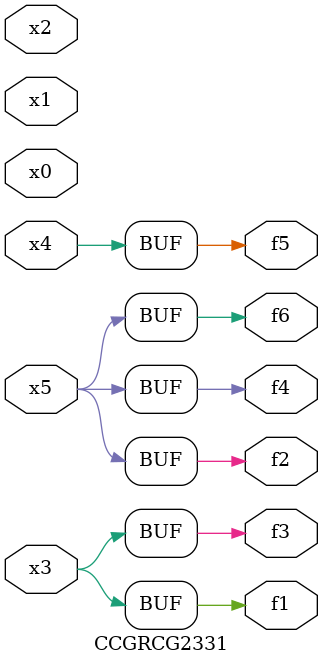
<source format=v>
module CCGRCG2331(
	input x0, x1, x2, x3, x4, x5,
	output f1, f2, f3, f4, f5, f6
);
	assign f1 = x3;
	assign f2 = x5;
	assign f3 = x3;
	assign f4 = x5;
	assign f5 = x4;
	assign f6 = x5;
endmodule

</source>
